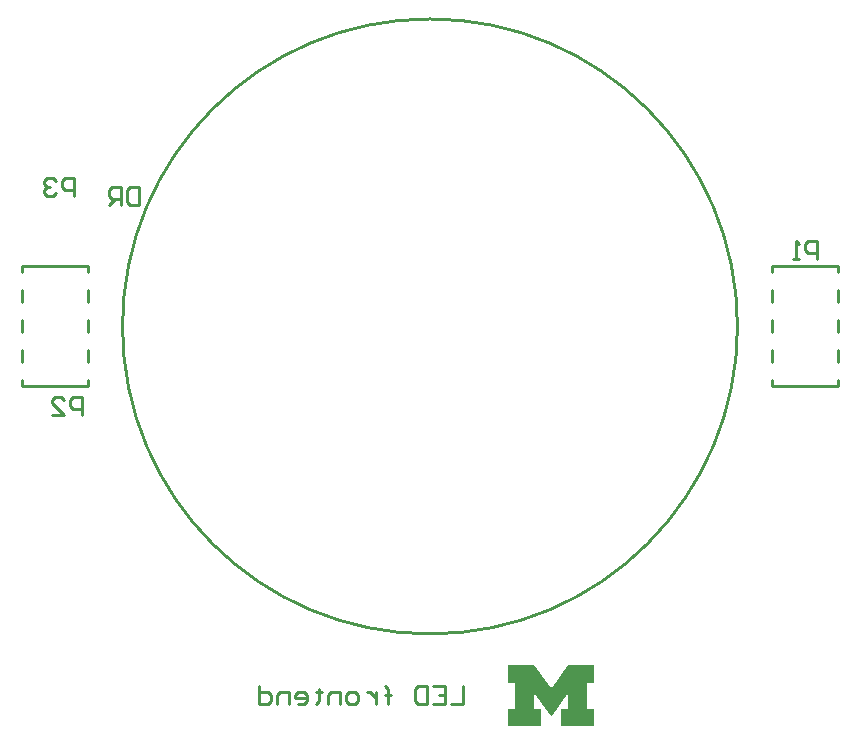
<source format=gbo>
G04 Layer_Color=32896*
%FSLAX24Y24*%
%MOIN*%
G70*
G01*
G75*
%ADD28C,0.0100*%
G36*
X5461Y-11878D02*
X5250D01*
Y-12750D01*
X5461D01*
Y-13328D01*
X4378D01*
Y-12750D01*
X4598D01*
Y-12227D01*
X4061Y-12979D01*
X4025D01*
X3479Y-12227D01*
Y-12750D01*
X3699D01*
Y-13328D01*
X2616D01*
Y-12750D01*
X2836D01*
Y-11878D01*
X2616D01*
Y-11300D01*
X3474D01*
X4025Y-12062D01*
X4052D01*
X4603Y-11300D01*
X5461D01*
Y-11878D01*
D02*
G37*
D28*
X10250Y0D02*
G03*
X10250Y0I-10250J0D01*
G01*
X11400Y2000D02*
X13600D01*
Y1800D02*
Y2000D01*
Y800D02*
Y1200D01*
Y-200D02*
Y200D01*
Y-1200D02*
Y-800D01*
Y-2000D02*
Y-1800D01*
X11400Y-2000D02*
X13600D01*
X11400D02*
Y-1800D01*
Y-1200D02*
Y-800D01*
Y-200D02*
Y200D01*
Y800D02*
Y1200D01*
Y1800D02*
Y2000D01*
X-13600D02*
X-11400D01*
Y1800D02*
Y2000D01*
Y800D02*
Y1200D01*
Y-200D02*
Y200D01*
Y-1200D02*
Y-800D01*
Y-2000D02*
Y-1800D01*
X-13600Y-2000D02*
X-11400D01*
X-13600D02*
Y-1800D01*
Y-1200D02*
Y-800D01*
Y-200D02*
Y200D01*
Y800D02*
Y1200D01*
Y1800D02*
Y2000D01*
X12900Y2250D02*
Y2850D01*
X12600D01*
X12500Y2750D01*
Y2550D01*
X12600Y2450D01*
X12900D01*
X12300Y2250D02*
X12100D01*
X12200D01*
Y2850D01*
X12300Y2750D01*
X-11600Y-2950D02*
Y-2350D01*
X-11900D01*
X-12000Y-2450D01*
Y-2650D01*
X-11900Y-2750D01*
X-11600D01*
X-12600Y-2950D02*
X-12200D01*
X-12600Y-2550D01*
Y-2450D01*
X-12500Y-2350D01*
X-12300D01*
X-12200Y-2450D01*
X-11850Y4350D02*
Y4950D01*
X-12150D01*
X-12250Y4850D01*
Y4650D01*
X-12150Y4550D01*
X-11850D01*
X-12450Y4850D02*
X-12550Y4950D01*
X-12750D01*
X-12850Y4850D01*
Y4750D01*
X-12750Y4650D01*
X-12650D01*
X-12750D01*
X-12850Y4550D01*
Y4450D01*
X-12750Y4350D01*
X-12550D01*
X-12450Y4450D01*
X1100Y-12000D02*
Y-12600D01*
X700D01*
X100Y-12000D02*
X500D01*
Y-12600D01*
X100D01*
X500Y-12300D02*
X300D01*
X-100Y-12000D02*
Y-12600D01*
X-400D01*
X-499Y-12500D01*
Y-12100D01*
X-400Y-12000D01*
X-100D01*
X-1399Y-12600D02*
Y-12100D01*
Y-12300D01*
X-1299D01*
X-1499D01*
X-1399D01*
Y-12100D01*
X-1499Y-12000D01*
X-1799Y-12200D02*
Y-12600D01*
Y-12400D01*
X-1899Y-12300D01*
X-1999Y-12200D01*
X-2099D01*
X-2499Y-12600D02*
X-2699D01*
X-2799Y-12500D01*
Y-12300D01*
X-2699Y-12200D01*
X-2499D01*
X-2399Y-12300D01*
Y-12500D01*
X-2499Y-12600D01*
X-2999D02*
Y-12200D01*
X-3299D01*
X-3399Y-12300D01*
Y-12600D01*
X-3698Y-12100D02*
Y-12200D01*
X-3598D01*
X-3798D01*
X-3698D01*
Y-12500D01*
X-3798Y-12600D01*
X-4398D02*
X-4198D01*
X-4098Y-12500D01*
Y-12300D01*
X-4198Y-12200D01*
X-4398D01*
X-4498Y-12300D01*
Y-12400D01*
X-4098D01*
X-4698Y-12600D02*
Y-12200D01*
X-4998D01*
X-5098Y-12300D01*
Y-12600D01*
X-5698Y-12000D02*
Y-12600D01*
X-5398D01*
X-5298Y-12500D01*
Y-12300D01*
X-5398Y-12200D01*
X-5698D01*
X-9700Y4650D02*
Y4050D01*
X-10000D01*
X-10100Y4150D01*
Y4550D01*
X-10000Y4650D01*
X-9700D01*
X-10300Y4050D02*
Y4650D01*
X-10600D01*
X-10700Y4550D01*
Y4350D01*
X-10600Y4250D01*
X-10300D01*
X-10500D02*
X-10700Y4050D01*
M02*

</source>
